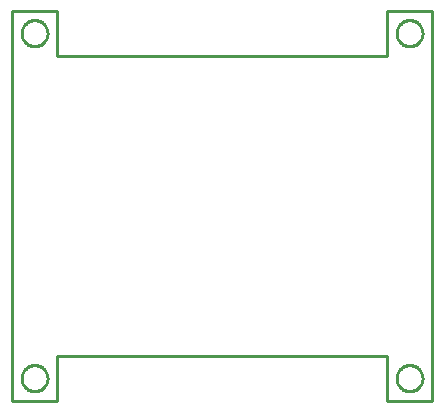
<source format=gbr>
G04 EAGLE Gerber RS-274X export*
G75*
%MOMM*%
%FSLAX34Y34*%
%LPD*%
%IN*%
%IPPOS*%
%AMOC8*
5,1,8,0,0,1.08239X$1,22.5*%
G01*
%ADD10C,0.254000*%


D10*
X0Y-38100D02*
X38100Y-38100D01*
X38100Y0D01*
X317500Y0D01*
X317500Y-38100D01*
X355600Y-38100D01*
X355600Y292100D01*
X317500Y292100D01*
X317500Y254000D01*
X38100Y254000D01*
X38100Y292100D01*
X0Y292100D01*
X0Y-38100D01*
X30050Y-19482D02*
X29982Y-20344D01*
X29847Y-21198D01*
X29645Y-22038D01*
X29378Y-22860D01*
X29047Y-23659D01*
X28655Y-24429D01*
X28203Y-25166D01*
X27695Y-25865D01*
X27134Y-26523D01*
X26523Y-27134D01*
X25865Y-27695D01*
X25166Y-28203D01*
X24429Y-28655D01*
X23659Y-29047D01*
X22860Y-29378D01*
X22038Y-29645D01*
X21198Y-29847D01*
X20344Y-29982D01*
X19482Y-30050D01*
X18618Y-30050D01*
X17756Y-29982D01*
X16902Y-29847D01*
X16062Y-29645D01*
X15240Y-29378D01*
X14441Y-29047D01*
X13671Y-28655D01*
X12934Y-28203D01*
X12235Y-27695D01*
X11577Y-27134D01*
X10966Y-26523D01*
X10405Y-25865D01*
X9897Y-25166D01*
X9445Y-24429D01*
X9053Y-23659D01*
X8722Y-22860D01*
X8455Y-22038D01*
X8253Y-21198D01*
X8118Y-20344D01*
X8050Y-19482D01*
X8050Y-18618D01*
X8118Y-17756D01*
X8253Y-16902D01*
X8455Y-16062D01*
X8722Y-15240D01*
X9053Y-14441D01*
X9445Y-13671D01*
X9897Y-12934D01*
X10405Y-12235D01*
X10966Y-11577D01*
X11577Y-10966D01*
X12235Y-10405D01*
X12934Y-9897D01*
X13671Y-9445D01*
X14441Y-9053D01*
X15240Y-8722D01*
X16062Y-8455D01*
X16902Y-8253D01*
X17756Y-8118D01*
X18618Y-8050D01*
X19482Y-8050D01*
X20344Y-8118D01*
X21198Y-8253D01*
X22038Y-8455D01*
X22860Y-8722D01*
X23659Y-9053D01*
X24429Y-9445D01*
X25166Y-9897D01*
X25865Y-10405D01*
X26523Y-10966D01*
X27134Y-11577D01*
X27695Y-12235D01*
X28203Y-12934D01*
X28655Y-13671D01*
X29047Y-14441D01*
X29378Y-15240D01*
X29645Y-16062D01*
X29847Y-16902D01*
X29982Y-17756D01*
X30050Y-18618D01*
X30050Y-19482D01*
X347550Y-19482D02*
X347482Y-20344D01*
X347347Y-21198D01*
X347145Y-22038D01*
X346878Y-22860D01*
X346547Y-23659D01*
X346155Y-24429D01*
X345703Y-25166D01*
X345195Y-25865D01*
X344634Y-26523D01*
X344023Y-27134D01*
X343365Y-27695D01*
X342666Y-28203D01*
X341929Y-28655D01*
X341159Y-29047D01*
X340360Y-29378D01*
X339538Y-29645D01*
X338698Y-29847D01*
X337844Y-29982D01*
X336982Y-30050D01*
X336118Y-30050D01*
X335256Y-29982D01*
X334402Y-29847D01*
X333562Y-29645D01*
X332740Y-29378D01*
X331941Y-29047D01*
X331171Y-28655D01*
X330434Y-28203D01*
X329735Y-27695D01*
X329077Y-27134D01*
X328466Y-26523D01*
X327905Y-25865D01*
X327397Y-25166D01*
X326945Y-24429D01*
X326553Y-23659D01*
X326222Y-22860D01*
X325955Y-22038D01*
X325753Y-21198D01*
X325618Y-20344D01*
X325550Y-19482D01*
X325550Y-18618D01*
X325618Y-17756D01*
X325753Y-16902D01*
X325955Y-16062D01*
X326222Y-15240D01*
X326553Y-14441D01*
X326945Y-13671D01*
X327397Y-12934D01*
X327905Y-12235D01*
X328466Y-11577D01*
X329077Y-10966D01*
X329735Y-10405D01*
X330434Y-9897D01*
X331171Y-9445D01*
X331941Y-9053D01*
X332740Y-8722D01*
X333562Y-8455D01*
X334402Y-8253D01*
X335256Y-8118D01*
X336118Y-8050D01*
X336982Y-8050D01*
X337844Y-8118D01*
X338698Y-8253D01*
X339538Y-8455D01*
X340360Y-8722D01*
X341159Y-9053D01*
X341929Y-9445D01*
X342666Y-9897D01*
X343365Y-10405D01*
X344023Y-10966D01*
X344634Y-11577D01*
X345195Y-12235D01*
X345703Y-12934D01*
X346155Y-13671D01*
X346547Y-14441D01*
X346878Y-15240D01*
X347145Y-16062D01*
X347347Y-16902D01*
X347482Y-17756D01*
X347550Y-18618D01*
X347550Y-19482D01*
X30050Y272618D02*
X29982Y271756D01*
X29847Y270902D01*
X29645Y270062D01*
X29378Y269240D01*
X29047Y268441D01*
X28655Y267671D01*
X28203Y266934D01*
X27695Y266235D01*
X27134Y265577D01*
X26523Y264966D01*
X25865Y264405D01*
X25166Y263897D01*
X24429Y263445D01*
X23659Y263053D01*
X22860Y262722D01*
X22038Y262455D01*
X21198Y262253D01*
X20344Y262118D01*
X19482Y262050D01*
X18618Y262050D01*
X17756Y262118D01*
X16902Y262253D01*
X16062Y262455D01*
X15240Y262722D01*
X14441Y263053D01*
X13671Y263445D01*
X12934Y263897D01*
X12235Y264405D01*
X11577Y264966D01*
X10966Y265577D01*
X10405Y266235D01*
X9897Y266934D01*
X9445Y267671D01*
X9053Y268441D01*
X8722Y269240D01*
X8455Y270062D01*
X8253Y270902D01*
X8118Y271756D01*
X8050Y272618D01*
X8050Y273482D01*
X8118Y274344D01*
X8253Y275198D01*
X8455Y276038D01*
X8722Y276860D01*
X9053Y277659D01*
X9445Y278429D01*
X9897Y279166D01*
X10405Y279865D01*
X10966Y280523D01*
X11577Y281134D01*
X12235Y281695D01*
X12934Y282203D01*
X13671Y282655D01*
X14441Y283047D01*
X15240Y283378D01*
X16062Y283645D01*
X16902Y283847D01*
X17756Y283982D01*
X18618Y284050D01*
X19482Y284050D01*
X20344Y283982D01*
X21198Y283847D01*
X22038Y283645D01*
X22860Y283378D01*
X23659Y283047D01*
X24429Y282655D01*
X25166Y282203D01*
X25865Y281695D01*
X26523Y281134D01*
X27134Y280523D01*
X27695Y279865D01*
X28203Y279166D01*
X28655Y278429D01*
X29047Y277659D01*
X29378Y276860D01*
X29645Y276038D01*
X29847Y275198D01*
X29982Y274344D01*
X30050Y273482D01*
X30050Y272618D01*
X347550Y272618D02*
X347482Y271756D01*
X347347Y270902D01*
X347145Y270062D01*
X346878Y269240D01*
X346547Y268441D01*
X346155Y267671D01*
X345703Y266934D01*
X345195Y266235D01*
X344634Y265577D01*
X344023Y264966D01*
X343365Y264405D01*
X342666Y263897D01*
X341929Y263445D01*
X341159Y263053D01*
X340360Y262722D01*
X339538Y262455D01*
X338698Y262253D01*
X337844Y262118D01*
X336982Y262050D01*
X336118Y262050D01*
X335256Y262118D01*
X334402Y262253D01*
X333562Y262455D01*
X332740Y262722D01*
X331941Y263053D01*
X331171Y263445D01*
X330434Y263897D01*
X329735Y264405D01*
X329077Y264966D01*
X328466Y265577D01*
X327905Y266235D01*
X327397Y266934D01*
X326945Y267671D01*
X326553Y268441D01*
X326222Y269240D01*
X325955Y270062D01*
X325753Y270902D01*
X325618Y271756D01*
X325550Y272618D01*
X325550Y273482D01*
X325618Y274344D01*
X325753Y275198D01*
X325955Y276038D01*
X326222Y276860D01*
X326553Y277659D01*
X326945Y278429D01*
X327397Y279166D01*
X327905Y279865D01*
X328466Y280523D01*
X329077Y281134D01*
X329735Y281695D01*
X330434Y282203D01*
X331171Y282655D01*
X331941Y283047D01*
X332740Y283378D01*
X333562Y283645D01*
X334402Y283847D01*
X335256Y283982D01*
X336118Y284050D01*
X336982Y284050D01*
X337844Y283982D01*
X338698Y283847D01*
X339538Y283645D01*
X340360Y283378D01*
X341159Y283047D01*
X341929Y282655D01*
X342666Y282203D01*
X343365Y281695D01*
X344023Y281134D01*
X344634Y280523D01*
X345195Y279865D01*
X345703Y279166D01*
X346155Y278429D01*
X346547Y277659D01*
X346878Y276860D01*
X347145Y276038D01*
X347347Y275198D01*
X347482Y274344D01*
X347550Y273482D01*
X347550Y272618D01*
M02*

</source>
